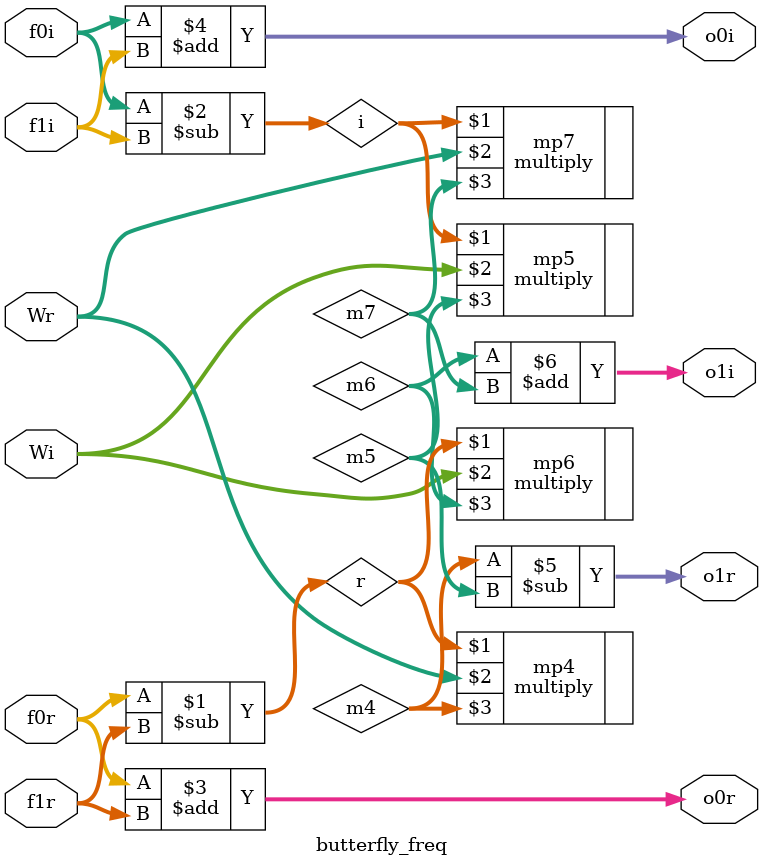
<source format=v>
`timescale 1ns / 1ps

module butterfly_time(
Fer,	// Real part of the even input.
Fei,	// Imag part of the even input.
For,	// Real part of the odd input.
Foi,	// Imag part of the odd input.
Wr,		// Real part of the weight input.
Wi,		// Imag part of the weight input.
o0r,	// Real part of output 0.
o0i,	// Imag part of output 0.
o1r,	// Real part of output 1.
o1i		// Imag part of output 1.
    );

parameter width=8;
parameter decimal=4;

input[width-1:0] Fer,Fei,For,Foi,Wr,Wi;
output[width-1:0] o0r,o0i,o1r,o1i;

wire[7:0] m0,m1,m2,m3,mr,mi;
// multiplication of complex numbers: m = Fo*W 
multiply #(.width(width),.decimal(decimal)) mp0(For,Wr,m0);
multiply #(.width(width),.decimal(decimal)) mp1(For,Wi,m1);
multiply #(.width(width),.decimal(decimal)) mp2(Foi,Wr,m2);
multiply #(.width(width),.decimal(decimal)) mp3(Foi,Wi,m3);

assign mr=m0-m3;
assign mi=m1+m2;

assign o0r=Fer+mr;
assign o0i=Fei+mi;

assign o1r=Fer-mr;
assign o1i=Fei-mi;

endmodule


module butterfly_freq(
f0r,	// Real part of input 0.
f0i,	// Imag part of input 0.
f1r,	// Real part of input 1.
f1i,	// Imag part of input 1.
Wr,		// Real part of the weight input.
Wi,		// Imag part of the weight input.
o0r,	// Real part of output 0.
o0i,	// Imag part of output 0.
o1r,	// Real part of output 1.
o1i		// Imag part of output 1.
    );

parameter width=8;
parameter decimal=4;

input[width-1:0] f0r,f0i,f1r,f1i,Wr,Wi;
output[width-1:0] o0r,o0i,o1r,o1i;

// Start of your code
wire[7:0] m4,m5,m6,m7,r,i;

assign r = f0r - f1r;
assign i = f0i -f1i;
// multiplication of complex numbers: m = Fo*W 

multiply #(.width(width),.decimal(decimal)) mp4(r,Wr,m4);
multiply #(.width(width),.decimal(decimal)) mp5(i,Wi,m5);
multiply #(.width(width),.decimal(decimal)) mp6(r,Wi,m6);
multiply #(.width(width),.decimal(decimal)) mp7(i,Wr,m7);

//imaginary is 0
assign o0r= f0r+f1r;
assign o0i= f0i+f1i;

assign o1r=m4-m5;
assign o1i=m6+m7;

// End of your code

endmodule

</source>
